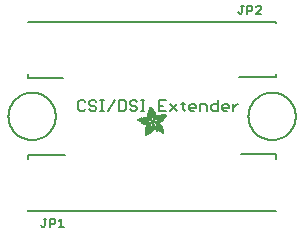
<source format=gbr>
G04 EAGLE Gerber RS-274X export*
G75*
%MOMM*%
%FSLAX34Y34*%
%LPD*%
%INSilkscreen Top*%
%IPPOS*%
%AMOC8*
5,1,8,0,0,1.08239X$1,22.5*%
G01*
%ADD10C,0.127000*%
%ADD11C,0.152400*%
%ADD12C,0.203200*%
%ADD13R,0.003800X0.034300*%
%ADD14R,0.003800X0.057200*%
%ADD15R,0.003800X0.076200*%
%ADD16R,0.003800X0.091400*%
%ADD17R,0.003800X0.102900*%
%ADD18R,0.003900X0.114300*%
%ADD19R,0.003800X0.129500*%
%ADD20R,0.003800X0.137200*%
%ADD21R,0.003800X0.144800*%
%ADD22R,0.003800X0.152400*%
%ADD23R,0.003800X0.160000*%
%ADD24R,0.003800X0.171500*%
%ADD25R,0.003800X0.175300*%
%ADD26R,0.003800X0.182900*%
%ADD27R,0.003800X0.190500*%
%ADD28R,0.003900X0.194300*%
%ADD29R,0.003800X0.201900*%
%ADD30R,0.003800X0.209500*%
%ADD31R,0.003800X0.213400*%
%ADD32R,0.003800X0.221000*%
%ADD33R,0.003800X0.224800*%
%ADD34R,0.003800X0.232400*%
%ADD35R,0.003800X0.240000*%
%ADD36R,0.003800X0.243800*%
%ADD37R,0.003800X0.247600*%
%ADD38R,0.003900X0.255300*%
%ADD39R,0.003800X0.259100*%
%ADD40R,0.003800X0.262900*%
%ADD41R,0.003800X0.270500*%
%ADD42R,0.003800X0.274300*%
%ADD43R,0.003800X0.281900*%
%ADD44R,0.003800X0.285700*%
%ADD45R,0.003800X0.289500*%
%ADD46R,0.003800X0.297200*%
%ADD47R,0.003800X0.301000*%
%ADD48R,0.003900X0.304800*%
%ADD49R,0.003800X0.312400*%
%ADD50R,0.003800X0.316200*%
%ADD51R,0.003800X0.320000*%
%ADD52R,0.003800X0.327600*%
%ADD53R,0.003800X0.331500*%
%ADD54R,0.003800X0.339100*%
%ADD55R,0.003800X0.342900*%
%ADD56R,0.003800X0.346700*%
%ADD57R,0.003800X0.354300*%
%ADD58R,0.003900X0.358100*%
%ADD59R,0.003800X0.361900*%
%ADD60R,0.003800X0.369600*%
%ADD61R,0.003800X0.373400*%
%ADD62R,0.003800X0.377200*%
%ADD63R,0.003800X0.384800*%
%ADD64R,0.003800X0.388600*%
%ADD65R,0.003800X0.396200*%
%ADD66R,0.003800X0.400000*%
%ADD67R,0.003800X0.403800*%
%ADD68R,0.003900X0.411500*%
%ADD69R,0.003800X0.415300*%
%ADD70R,0.003800X0.419100*%
%ADD71R,0.003800X0.045700*%
%ADD72R,0.003800X0.426700*%
%ADD73R,0.003800X0.072400*%
%ADD74R,0.003800X0.430500*%
%ADD75R,0.003800X0.095300*%
%ADD76R,0.003800X0.438100*%
%ADD77R,0.003800X0.110500*%
%ADD78R,0.003800X0.441900*%
%ADD79R,0.003800X0.445800*%
%ADD80R,0.003800X0.144700*%
%ADD81R,0.003800X0.453400*%
%ADD82R,0.003800X0.457200*%
%ADD83R,0.003900X0.175300*%
%ADD84R,0.003900X0.461000*%
%ADD85R,0.003800X0.468600*%
%ADD86R,0.003800X0.205800*%
%ADD87R,0.003800X0.472400*%
%ADD88R,0.003800X0.217200*%
%ADD89R,0.003800X0.476200*%
%ADD90R,0.003800X0.483900*%
%ADD91R,0.003800X0.247700*%
%ADD92R,0.003800X0.487700*%
%ADD93R,0.003800X0.495300*%
%ADD94R,0.003800X0.499100*%
%ADD95R,0.003800X0.502900*%
%ADD96R,0.003800X0.510500*%
%ADD97R,0.003900X0.308600*%
%ADD98R,0.003900X0.514300*%
%ADD99R,0.003800X0.323800*%
%ADD100R,0.003800X0.518100*%
%ADD101R,0.003800X0.335300*%
%ADD102R,0.003800X0.525800*%
%ADD103R,0.003800X0.529600*%
%ADD104R,0.003800X0.358100*%
%ADD105R,0.003800X0.533400*%
%ADD106R,0.003800X0.537200*%
%ADD107R,0.003800X0.381000*%
%ADD108R,0.003800X0.544800*%
%ADD109R,0.003800X0.392400*%
%ADD110R,0.003800X0.548600*%
%ADD111R,0.003800X0.552400*%
%ADD112R,0.003800X0.556200*%
%ADD113R,0.003900X0.422900*%
%ADD114R,0.003900X0.560100*%
%ADD115R,0.003800X0.434300*%
%ADD116R,0.003800X0.563900*%
%ADD117R,0.003800X0.567700*%
%ADD118R,0.003800X0.461000*%
%ADD119R,0.003800X0.571500*%
%ADD120R,0.003800X0.575300*%
%ADD121R,0.003800X0.480100*%
%ADD122R,0.003800X0.579100*%
%ADD123R,0.003800X0.491500*%
%ADD124R,0.003800X0.582900*%
%ADD125R,0.003800X0.586700*%
%ADD126R,0.003800X0.510600*%
%ADD127R,0.003800X0.590500*%
%ADD128R,0.003800X0.522000*%
%ADD129R,0.003800X0.594300*%
%ADD130R,0.003900X0.533400*%
%ADD131R,0.003900X0.598200*%
%ADD132R,0.003800X0.541000*%
%ADD133R,0.003800X0.602000*%
%ADD134R,0.003800X0.552500*%
%ADD135R,0.003800X0.605800*%
%ADD136R,0.003800X0.560100*%
%ADD137R,0.003800X0.609600*%
%ADD138R,0.003800X0.613400*%
%ADD139R,0.003800X0.583000*%
%ADD140R,0.003800X0.617200*%
%ADD141R,0.003800X0.594400*%
%ADD142R,0.003800X0.621000*%
%ADD143R,0.003800X0.598200*%
%ADD144R,0.003800X0.624800*%
%ADD145R,0.003900X0.613500*%
%ADD146R,0.003900X0.628600*%
%ADD147R,0.003800X0.632400*%
%ADD148R,0.003800X0.628600*%
%ADD149R,0.003800X0.636300*%
%ADD150R,0.003800X0.640100*%
%ADD151R,0.003800X0.636200*%
%ADD152R,0.003800X0.643900*%
%ADD153R,0.003800X0.647700*%
%ADD154R,0.003800X0.651500*%
%ADD155R,0.003800X0.659100*%
%ADD156R,0.003900X0.659100*%
%ADD157R,0.003900X0.655300*%
%ADD158R,0.003800X0.662900*%
%ADD159R,0.003800X0.655300*%
%ADD160R,0.003800X0.670500*%
%ADD161R,0.003800X0.670600*%
%ADD162R,0.003800X0.674400*%
%ADD163R,0.003800X0.682000*%
%ADD164R,0.003800X0.666700*%
%ADD165R,0.003800X0.685800*%
%ADD166R,0.003800X0.689600*%
%ADD167R,0.003900X0.693400*%
%ADD168R,0.003900X0.674400*%
%ADD169R,0.003800X0.697200*%
%ADD170R,0.003800X0.678200*%
%ADD171R,0.003800X0.697300*%
%ADD172R,0.003800X0.701100*%
%ADD173R,0.003800X0.704900*%
%ADD174R,0.003800X0.708700*%
%ADD175R,0.003800X0.712500*%
%ADD176R,0.003800X0.716300*%
%ADD177R,0.003900X0.720100*%
%ADD178R,0.003900X0.689600*%
%ADD179R,0.003800X0.720000*%
%ADD180R,0.003800X0.693400*%
%ADD181R,0.003800X0.723900*%
%ADD182R,0.003800X0.727700*%
%ADD183R,0.003800X0.731500*%
%ADD184R,0.003800X0.701000*%
%ADD185R,0.003800X0.735300*%
%ADD186R,0.003900X0.731500*%
%ADD187R,0.003900X0.701000*%
%ADD188R,0.003800X0.704800*%
%ADD189R,0.003800X0.739100*%
%ADD190R,0.003800X0.743000*%
%ADD191R,0.003800X0.739200*%
%ADD192R,0.003900X0.743000*%
%ADD193R,0.003900X0.704800*%
%ADD194R,0.003800X0.746800*%
%ADD195R,0.003900X0.746800*%
%ADD196R,0.003800X0.742900*%
%ADD197R,0.003800X0.746700*%
%ADD198R,0.003900X0.746700*%
%ADD199R,0.003800X1.428800*%
%ADD200R,0.003800X1.424900*%
%ADD201R,0.003900X1.421100*%
%ADD202R,0.003800X1.421100*%
%ADD203R,0.003800X1.417300*%
%ADD204R,0.003800X1.413500*%
%ADD205R,0.003800X1.409700*%
%ADD206R,0.003800X1.405900*%
%ADD207R,0.003800X1.402100*%
%ADD208R,0.003800X1.398300*%
%ADD209R,0.003900X0.983000*%
%ADD210R,0.003900X0.384800*%
%ADD211R,0.003800X0.971600*%
%ADD212R,0.003800X0.963900*%
%ADD213R,0.003800X0.956300*%
%ADD214R,0.003800X0.365800*%
%ADD215R,0.003800X0.952500*%
%ADD216R,0.003800X0.941000*%
%ADD217R,0.003800X0.358200*%
%ADD218R,0.003800X0.937200*%
%ADD219R,0.003800X0.933400*%
%ADD220R,0.003800X0.354400*%
%ADD221R,0.003800X0.925800*%
%ADD222R,0.003800X0.350500*%
%ADD223R,0.003800X0.922000*%
%ADD224R,0.003900X0.918200*%
%ADD225R,0.003900X0.346700*%
%ADD226R,0.003800X0.910600*%
%ADD227R,0.003800X0.906800*%
%ADD228R,0.003800X0.903000*%
%ADD229R,0.003800X0.339000*%
%ADD230R,0.003800X0.895300*%
%ADD231R,0.003800X0.335200*%
%ADD232R,0.003800X0.887700*%
%ADD233R,0.003800X0.883900*%
%ADD234R,0.003800X0.331400*%
%ADD235R,0.003800X0.880100*%
%ADD236R,0.003800X0.876300*%
%ADD237R,0.003900X0.468600*%
%ADD238R,0.003900X0.396200*%
%ADD239R,0.003900X0.323800*%
%ADD240R,0.003800X0.449600*%
%ADD241R,0.003800X0.323900*%
%ADD242R,0.003800X0.442000*%
%ADD243R,0.003800X0.434400*%
%ADD244R,0.003800X0.320100*%
%ADD245R,0.003800X0.316300*%
%ADD246R,0.003800X0.426800*%
%ADD247R,0.003800X0.327700*%
%ADD248R,0.003800X0.312500*%
%ADD249R,0.003800X0.422900*%
%ADD250R,0.003800X0.308600*%
%ADD251R,0.003800X0.293400*%
%ADD252R,0.003800X0.304800*%
%ADD253R,0.003900X0.419100*%
%ADD254R,0.003900X0.285700*%
%ADD255R,0.003900X0.301000*%
%ADD256R,0.003800X0.411500*%
%ADD257R,0.003800X0.407700*%
%ADD258R,0.003800X0.289600*%
%ADD259R,0.003800X0.285800*%
%ADD260R,0.003800X0.403900*%
%ADD261R,0.003800X0.228600*%
%ADD262R,0.003900X0.403900*%
%ADD263R,0.003900X0.221000*%
%ADD264R,0.003900X0.278100*%
%ADD265R,0.003800X0.400100*%
%ADD266R,0.003800X0.209600*%
%ADD267R,0.003800X0.266700*%
%ADD268R,0.003800X0.038100*%
%ADD269R,0.003800X0.194300*%
%ADD270R,0.003800X0.148600*%
%ADD271R,0.003800X0.259000*%
%ADD272R,0.003800X0.182800*%
%ADD273R,0.003800X0.186700*%
%ADD274R,0.003800X0.251400*%
%ADD275R,0.003800X0.179100*%
%ADD276R,0.003800X0.236200*%
%ADD277R,0.003900X0.243900*%
%ADD278R,0.003900X0.282000*%
%ADD279R,0.003800X0.167700*%
%ADD280R,0.003800X0.236300*%
%ADD281R,0.003800X0.396300*%
%ADD282R,0.003800X0.163900*%
%ADD283R,0.003800X0.392500*%
%ADD284R,0.003800X0.160100*%
%ADD285R,0.003800X0.586800*%
%ADD286R,0.003800X0.148500*%
%ADD287R,0.003800X0.140900*%
%ADD288R,0.003900X0.392400*%
%ADD289R,0.003900X0.140900*%
%ADD290R,0.003900X0.647700*%
%ADD291R,0.003800X0.133300*%
%ADD292R,0.003800X0.674300*%
%ADD293R,0.003800X0.388700*%
%ADD294R,0.003800X0.125700*%
%ADD295R,0.003800X0.121900*%
%ADD296R,0.003800X0.720100*%
%ADD297R,0.003800X0.118100*%
%ADD298R,0.003900X0.118100*%
%ADD299R,0.003900X0.739100*%
%ADD300R,0.003800X0.114300*%
%ADD301R,0.003800X0.754400*%
%ADD302R,0.003800X0.765800*%
%ADD303R,0.003800X0.773400*%
%ADD304R,0.003800X0.784800*%
%ADD305R,0.003800X0.118200*%
%ADD306R,0.003800X0.792500*%
%ADD307R,0.003800X0.803900*%
%ADD308R,0.003800X0.122000*%
%ADD309R,0.003800X0.815400*%
%ADD310R,0.003800X0.125800*%
%ADD311R,0.003800X0.826800*%
%ADD312R,0.003900X0.369500*%
%ADD313R,0.003900X0.133400*%
%ADD314R,0.003900X0.842000*%
%ADD315R,0.003800X0.365700*%
%ADD316R,0.003800X1.009700*%
%ADD317R,0.003800X1.013500*%
%ADD318R,0.003800X0.362000*%
%ADD319R,0.003800X1.024900*%
%ADD320R,0.003800X1.028700*%
%ADD321R,0.003800X1.036300*%
%ADD322R,0.003800X1.047800*%
%ADD323R,0.003800X1.055400*%
%ADD324R,0.003800X1.070600*%
%ADD325R,0.003800X0.030500*%
%ADD326R,0.003800X1.436400*%
%ADD327R,0.003900X1.562100*%
%ADD328R,0.003800X1.588700*%
%ADD329R,0.003800X1.607800*%
%ADD330R,0.003800X1.626900*%
%ADD331R,0.003800X1.642100*%
%ADD332R,0.003800X1.657400*%
%ADD333R,0.003800X1.676400*%
%ADD334R,0.003800X1.687800*%
%ADD335R,0.003800X1.703000*%
%ADD336R,0.003800X1.714500*%
%ADD337R,0.003900X1.726000*%
%ADD338R,0.003800X1.741200*%
%ADD339R,0.003800X0.914400*%
%ADD340R,0.003800X0.769600*%
%ADD341R,0.003800X0.884000*%
%ADD342R,0.003800X0.712400*%
%ADD343R,0.003900X0.880100*%
%ADD344R,0.003800X0.887800*%
%ADD345R,0.003800X0.891600*%
%ADD346R,0.003800X0.895400*%
%ADD347R,0.003800X0.251500*%
%ADD348R,0.003900X0.579200*%
%ADD349R,0.003800X0.243900*%
%ADD350R,0.003800X0.556300*%
%ADD351R,0.003800X0.255200*%
%ADD352R,0.003800X0.529500*%
%ADD353R,0.003800X0.731600*%
%ADD354R,0.003900X0.525800*%
%ADD355R,0.003900X0.281900*%
%ADD356R,0.003900X0.735400*%
%ADD357R,0.003800X0.300900*%
%ADD358R,0.003800X0.762000*%
%ADD359R,0.003800X0.518200*%
%ADD360R,0.003800X0.350600*%
%ADD361R,0.003800X0.796300*%
%ADD362R,0.003800X0.807800*%
%ADD363R,0.003800X0.506700*%
%ADD364R,0.003800X0.849600*%
%ADD365R,0.003900X0.506700*%
%ADD366R,0.003900X1.371600*%
%ADD367R,0.003800X1.207800*%
%ADD368R,0.003800X0.503000*%
%ADD369R,0.003800X0.141000*%
%ADD370R,0.003800X1.203900*%
%ADD371R,0.003800X1.204000*%
%ADD372R,0.003800X1.200200*%
%ADD373R,0.003900X0.499100*%
%ADD374R,0.003900X0.156200*%
%ADD375R,0.003900X1.196400*%
%ADD376R,0.003800X1.196400*%
%ADD377R,0.003800X0.163800*%
%ADD378R,0.003800X0.167600*%
%ADD379R,0.003800X1.192500*%
%ADD380R,0.003800X0.499200*%
%ADD381R,0.003800X1.188700*%
%ADD382R,0.003800X0.506800*%
%ADD383R,0.003800X1.184900*%
%ADD384R,0.003900X0.510600*%
%ADD385R,0.003900X0.209600*%
%ADD386R,0.003900X1.181100*%
%ADD387R,0.003800X0.514400*%
%ADD388R,0.003800X1.181100*%
%ADD389R,0.003800X1.177300*%
%ADD390R,0.003800X0.240100*%
%ADD391R,0.003800X1.173500*%
%ADD392R,0.003800X1.169700*%
%ADD393R,0.003800X1.165900*%
%ADD394R,0.003800X1.162100*%
%ADD395R,0.003900X0.929700*%
%ADD396R,0.003900X1.162100*%
%ADD397R,0.003800X0.929700*%
%ADD398R,0.003800X1.154500*%
%ADD399R,0.003800X0.933500*%
%ADD400R,0.003800X1.150600*%
%ADD401R,0.003800X0.937300*%
%ADD402R,0.003800X1.146800*%
%ADD403R,0.003800X0.941100*%
%ADD404R,0.003800X1.139200*%
%ADD405R,0.003800X0.944900*%
%ADD406R,0.003800X1.135400*%
%ADD407R,0.003800X0.948700*%
%ADD408R,0.003800X1.127800*%
%ADD409R,0.003800X1.124000*%
%ADD410R,0.003800X1.116400*%
%ADD411R,0.003900X0.956300*%
%ADD412R,0.003900X1.104900*%
%ADD413R,0.003800X0.960100*%
%ADD414R,0.003800X1.093500*%
%ADD415R,0.003800X1.085900*%
%ADD416R,0.003800X0.967800*%
%ADD417R,0.003800X1.074500*%
%ADD418R,0.003800X1.063000*%
%ADD419R,0.003800X0.975400*%
%ADD420R,0.003800X1.036400*%
%ADD421R,0.003800X0.979200*%
%ADD422R,0.003800X1.021000*%
%ADD423R,0.003800X0.983000*%
%ADD424R,0.003800X1.009600*%
%ADD425R,0.003800X0.986800*%
%ADD426R,0.003800X0.998200*%
%ADD427R,0.003900X0.990600*%
%ADD428R,0.003900X0.986700*%
%ADD429R,0.003800X0.994400*%
%ADD430R,0.003800X0.975300*%
%ADD431R,0.003800X0.948600*%
%ADD432R,0.003800X1.002000*%
%ADD433R,0.003800X0.213300*%
%ADD434R,0.003800X0.217100*%
%ADD435R,0.003800X1.017300*%
%ADD436R,0.003800X0.666800*%
%ADD437R,0.003800X0.220900*%
%ADD438R,0.003900X1.028700*%
%ADD439R,0.003900X0.224700*%
%ADD440R,0.003800X1.032500*%
%ADD441R,0.003800X1.040100*%
%ADD442R,0.003800X1.043900*%
%ADD443R,0.003800X0.548700*%
%ADD444R,0.003800X1.051500*%
%ADD445R,0.003800X1.055300*%
%ADD446R,0.003800X1.059100*%
%ADD447R,0.003800X1.062900*%
%ADD448R,0.003800X0.255300*%
%ADD449R,0.003900X1.066800*%
%ADD450R,0.003900X0.259100*%
%ADD451R,0.003900X0.457200*%
%ADD452R,0.003800X0.423000*%
%ADD453R,0.003800X1.082100*%
%ADD454R,0.003800X0.274400*%
%ADD455R,0.003800X0.278200*%
%ADD456R,0.003800X1.101100*%
%ADD457R,0.003800X0.278100*%
%ADD458R,0.003900X0.876300*%
%ADD459R,0.003900X0.236200*%
%ADD460R,0.003900X0.289600*%
%ADD461R,0.003900X0.247700*%
%ADD462R,0.003800X0.049500*%
%ADD463R,0.003900X0.640100*%
%ADD464R,0.003800X0.659200*%
%ADD465R,0.003800X0.663000*%
%ADD466R,0.003900X0.872500*%
%ADD467R,0.003900X0.666800*%
%ADD468R,0.003800X0.872500*%
%ADD469R,0.003800X0.868700*%
%ADD470R,0.003800X0.864900*%
%ADD471R,0.003800X0.861100*%
%ADD472R,0.003800X0.857300*%
%ADD473R,0.003800X0.853400*%
%ADD474R,0.003800X0.845800*%
%ADD475R,0.003900X0.682000*%
%ADD476R,0.003800X0.842000*%
%ADD477R,0.003800X0.834400*%
%ADD478R,0.003800X0.823000*%
%ADD479R,0.003800X0.815300*%
%ADD480R,0.003800X0.811500*%
%ADD481R,0.003800X0.788700*%
%ADD482R,0.003900X0.777300*%
%ADD483R,0.003800X0.750600*%
%ADD484R,0.003800X0.735400*%
%ADD485R,0.003800X0.727800*%
%ADD486R,0.003800X0.628700*%
%ADD487R,0.003800X0.575400*%
%ADD488R,0.003900X0.670600*%
%ADD489R,0.003800X0.655400*%
%ADD490R,0.003900X0.651500*%
%ADD491R,0.003900X0.624800*%
%ADD492R,0.003900X0.594400*%
%ADD493R,0.003900X0.563900*%
%ADD494R,0.003800X0.541100*%
%ADD495R,0.003800X0.537300*%
%ADD496R,0.003800X0.525700*%
%ADD497R,0.003900X0.525700*%
%ADD498R,0.003800X0.514300*%
%ADD499R,0.003900X0.480100*%
%ADD500R,0.003800X0.464800*%
%ADD501R,0.003900X0.442000*%
%ADD502R,0.003800X0.438200*%
%ADD503R,0.003800X0.430600*%
%ADD504R,0.003800X0.407600*%
%ADD505R,0.003900X0.403800*%
%ADD506R,0.003900X0.365700*%
%ADD507R,0.003900X0.327700*%
%ADD508R,0.003900X0.243800*%
%ADD509R,0.003900X0.205800*%
%ADD510R,0.003800X0.198100*%
%ADD511R,0.003900X0.163800*%
%ADD512R,0.003800X0.137100*%
%ADD513R,0.003900X0.091500*%
%ADD514R,0.003800X0.060900*%


D10*
X70532Y100760D02*
X69049Y102243D01*
X66084Y102243D01*
X64601Y100760D01*
X64601Y94828D01*
X66084Y93345D01*
X69049Y93345D01*
X70532Y94828D01*
X78405Y102243D02*
X79888Y100760D01*
X78405Y102243D02*
X75439Y102243D01*
X73956Y100760D01*
X73956Y99277D01*
X75439Y97794D01*
X78405Y97794D01*
X79888Y96311D01*
X79888Y94828D01*
X78405Y93345D01*
X75439Y93345D01*
X73956Y94828D01*
X83311Y93345D02*
X86277Y93345D01*
X84794Y93345D02*
X84794Y102243D01*
X83311Y102243D02*
X86277Y102243D01*
X95480Y102243D02*
X89548Y93345D01*
X98903Y93345D02*
X98903Y102243D01*
X98903Y93345D02*
X103352Y93345D01*
X104835Y94828D01*
X104835Y100760D01*
X103352Y102243D01*
X98903Y102243D01*
X112707Y102243D02*
X114190Y100760D01*
X112707Y102243D02*
X109741Y102243D01*
X108258Y100760D01*
X108258Y99277D01*
X109741Y97794D01*
X112707Y97794D01*
X114190Y96311D01*
X114190Y94828D01*
X112707Y93345D01*
X109741Y93345D01*
X108258Y94828D01*
X117613Y93345D02*
X120579Y93345D01*
X119096Y93345D02*
X119096Y102243D01*
X117613Y102243D02*
X120579Y102243D01*
X133205Y102243D02*
X139137Y102243D01*
X133205Y102243D02*
X133205Y93345D01*
X139137Y93345D01*
X136171Y97794D02*
X133205Y97794D01*
X142561Y99277D02*
X148492Y93345D01*
X142561Y93345D02*
X148492Y99277D01*
X153399Y100760D02*
X153399Y94828D01*
X154882Y93345D01*
X154882Y99277D02*
X151916Y99277D01*
X159635Y93345D02*
X162601Y93345D01*
X159635Y93345D02*
X158153Y94828D01*
X158153Y97794D01*
X159635Y99277D01*
X162601Y99277D01*
X164084Y97794D01*
X164084Y96311D01*
X158153Y96311D01*
X167508Y93345D02*
X167508Y99277D01*
X171956Y99277D01*
X173439Y97794D01*
X173439Y93345D01*
X182795Y93345D02*
X182795Y102243D01*
X182795Y93345D02*
X178346Y93345D01*
X176863Y94828D01*
X176863Y97794D01*
X178346Y99277D01*
X182795Y99277D01*
X187701Y93345D02*
X190667Y93345D01*
X187701Y93345D02*
X186218Y94828D01*
X186218Y97794D01*
X187701Y99277D01*
X190667Y99277D01*
X192150Y97794D01*
X192150Y96311D01*
X186218Y96311D01*
X195573Y93345D02*
X195573Y99277D01*
X195573Y96311D02*
X198539Y99277D01*
X200022Y99277D01*
X201000Y122000D02*
X232000Y122000D01*
X232000Y125000D01*
X52000Y121000D02*
X22000Y121000D01*
X22000Y125000D01*
X232000Y168000D02*
X232000Y169000D01*
X22000Y169000D01*
D11*
X200070Y176766D02*
X201171Y175664D01*
X202273Y175664D01*
X203374Y176766D01*
X203374Y182274D01*
X202273Y182274D02*
X204476Y182274D01*
X207554Y182274D02*
X207554Y175664D01*
X207554Y182274D02*
X210859Y182274D01*
X211960Y181172D01*
X211960Y178969D01*
X210859Y177867D01*
X207554Y177867D01*
X215038Y175664D02*
X219444Y175664D01*
X215038Y175664D02*
X219444Y180070D01*
X219444Y181172D01*
X218343Y182274D01*
X216139Y182274D01*
X215038Y181172D01*
D10*
X53000Y55800D02*
X22000Y55800D01*
X22000Y52800D01*
X202000Y56800D02*
X232000Y56800D01*
X232000Y52800D01*
X22000Y9800D02*
X22000Y8800D01*
X232000Y8800D01*
D11*
X34104Y-4468D02*
X33002Y-3366D01*
X34104Y-4468D02*
X35205Y-4468D01*
X36307Y-3366D01*
X36307Y2142D01*
X37408Y2142D02*
X35205Y2142D01*
X40486Y2142D02*
X40486Y-4468D01*
X40486Y2142D02*
X43791Y2142D01*
X44893Y1040D01*
X44893Y-1163D01*
X43791Y-2265D01*
X40486Y-2265D01*
X47970Y-62D02*
X50174Y2142D01*
X50174Y-4468D01*
X52377Y-4468D02*
X47970Y-4468D01*
D12*
X5400Y88900D02*
X5406Y89391D01*
X5424Y89881D01*
X5454Y90371D01*
X5496Y90860D01*
X5550Y91348D01*
X5616Y91835D01*
X5694Y92319D01*
X5784Y92802D01*
X5886Y93282D01*
X5999Y93760D01*
X6124Y94234D01*
X6261Y94706D01*
X6409Y95174D01*
X6569Y95638D01*
X6740Y96098D01*
X6922Y96554D01*
X7116Y97005D01*
X7320Y97451D01*
X7536Y97892D01*
X7762Y98328D01*
X7998Y98758D01*
X8245Y99182D01*
X8503Y99600D01*
X8771Y100011D01*
X9048Y100416D01*
X9336Y100814D01*
X9633Y101205D01*
X9940Y101588D01*
X10256Y101963D01*
X10581Y102331D01*
X10915Y102691D01*
X11258Y103042D01*
X11609Y103385D01*
X11969Y103719D01*
X12337Y104044D01*
X12712Y104360D01*
X13095Y104667D01*
X13486Y104964D01*
X13884Y105252D01*
X14289Y105529D01*
X14700Y105797D01*
X15118Y106055D01*
X15542Y106302D01*
X15972Y106538D01*
X16408Y106764D01*
X16849Y106980D01*
X17295Y107184D01*
X17746Y107378D01*
X18202Y107560D01*
X18662Y107731D01*
X19126Y107891D01*
X19594Y108039D01*
X20066Y108176D01*
X20540Y108301D01*
X21018Y108414D01*
X21498Y108516D01*
X21981Y108606D01*
X22465Y108684D01*
X22952Y108750D01*
X23440Y108804D01*
X23929Y108846D01*
X24419Y108876D01*
X24909Y108894D01*
X25400Y108900D01*
X25891Y108894D01*
X26381Y108876D01*
X26871Y108846D01*
X27360Y108804D01*
X27848Y108750D01*
X28335Y108684D01*
X28819Y108606D01*
X29302Y108516D01*
X29782Y108414D01*
X30260Y108301D01*
X30734Y108176D01*
X31206Y108039D01*
X31674Y107891D01*
X32138Y107731D01*
X32598Y107560D01*
X33054Y107378D01*
X33505Y107184D01*
X33951Y106980D01*
X34392Y106764D01*
X34828Y106538D01*
X35258Y106302D01*
X35682Y106055D01*
X36100Y105797D01*
X36511Y105529D01*
X36916Y105252D01*
X37314Y104964D01*
X37705Y104667D01*
X38088Y104360D01*
X38463Y104044D01*
X38831Y103719D01*
X39191Y103385D01*
X39542Y103042D01*
X39885Y102691D01*
X40219Y102331D01*
X40544Y101963D01*
X40860Y101588D01*
X41167Y101205D01*
X41464Y100814D01*
X41752Y100416D01*
X42029Y100011D01*
X42297Y99600D01*
X42555Y99182D01*
X42802Y98758D01*
X43038Y98328D01*
X43264Y97892D01*
X43480Y97451D01*
X43684Y97005D01*
X43878Y96554D01*
X44060Y96098D01*
X44231Y95638D01*
X44391Y95174D01*
X44539Y94706D01*
X44676Y94234D01*
X44801Y93760D01*
X44914Y93282D01*
X45016Y92802D01*
X45106Y92319D01*
X45184Y91835D01*
X45250Y91348D01*
X45304Y90860D01*
X45346Y90371D01*
X45376Y89881D01*
X45394Y89391D01*
X45400Y88900D01*
X45394Y88409D01*
X45376Y87919D01*
X45346Y87429D01*
X45304Y86940D01*
X45250Y86452D01*
X45184Y85965D01*
X45106Y85481D01*
X45016Y84998D01*
X44914Y84518D01*
X44801Y84040D01*
X44676Y83566D01*
X44539Y83094D01*
X44391Y82626D01*
X44231Y82162D01*
X44060Y81702D01*
X43878Y81246D01*
X43684Y80795D01*
X43480Y80349D01*
X43264Y79908D01*
X43038Y79472D01*
X42802Y79042D01*
X42555Y78618D01*
X42297Y78200D01*
X42029Y77789D01*
X41752Y77384D01*
X41464Y76986D01*
X41167Y76595D01*
X40860Y76212D01*
X40544Y75837D01*
X40219Y75469D01*
X39885Y75109D01*
X39542Y74758D01*
X39191Y74415D01*
X38831Y74081D01*
X38463Y73756D01*
X38088Y73440D01*
X37705Y73133D01*
X37314Y72836D01*
X36916Y72548D01*
X36511Y72271D01*
X36100Y72003D01*
X35682Y71745D01*
X35258Y71498D01*
X34828Y71262D01*
X34392Y71036D01*
X33951Y70820D01*
X33505Y70616D01*
X33054Y70422D01*
X32598Y70240D01*
X32138Y70069D01*
X31674Y69909D01*
X31206Y69761D01*
X30734Y69624D01*
X30260Y69499D01*
X29782Y69386D01*
X29302Y69284D01*
X28819Y69194D01*
X28335Y69116D01*
X27848Y69050D01*
X27360Y68996D01*
X26871Y68954D01*
X26381Y68924D01*
X25891Y68906D01*
X25400Y68900D01*
X24909Y68906D01*
X24419Y68924D01*
X23929Y68954D01*
X23440Y68996D01*
X22952Y69050D01*
X22465Y69116D01*
X21981Y69194D01*
X21498Y69284D01*
X21018Y69386D01*
X20540Y69499D01*
X20066Y69624D01*
X19594Y69761D01*
X19126Y69909D01*
X18662Y70069D01*
X18202Y70240D01*
X17746Y70422D01*
X17295Y70616D01*
X16849Y70820D01*
X16408Y71036D01*
X15972Y71262D01*
X15542Y71498D01*
X15118Y71745D01*
X14700Y72003D01*
X14289Y72271D01*
X13884Y72548D01*
X13486Y72836D01*
X13095Y73133D01*
X12712Y73440D01*
X12337Y73756D01*
X11969Y74081D01*
X11609Y74415D01*
X11258Y74758D01*
X10915Y75109D01*
X10581Y75469D01*
X10256Y75837D01*
X9940Y76212D01*
X9633Y76595D01*
X9336Y76986D01*
X9048Y77384D01*
X8771Y77789D01*
X8503Y78200D01*
X8245Y78618D01*
X7998Y79042D01*
X7762Y79472D01*
X7536Y79908D01*
X7320Y80349D01*
X7116Y80795D01*
X6922Y81246D01*
X6740Y81702D01*
X6569Y82162D01*
X6409Y82626D01*
X6261Y83094D01*
X6124Y83566D01*
X5999Y84040D01*
X5886Y84518D01*
X5784Y84998D01*
X5694Y85481D01*
X5616Y85965D01*
X5550Y86452D01*
X5496Y86940D01*
X5454Y87429D01*
X5424Y87919D01*
X5406Y88409D01*
X5400Y88900D01*
X208600Y88900D02*
X208606Y89391D01*
X208624Y89881D01*
X208654Y90371D01*
X208696Y90860D01*
X208750Y91348D01*
X208816Y91835D01*
X208894Y92319D01*
X208984Y92802D01*
X209086Y93282D01*
X209199Y93760D01*
X209324Y94234D01*
X209461Y94706D01*
X209609Y95174D01*
X209769Y95638D01*
X209940Y96098D01*
X210122Y96554D01*
X210316Y97005D01*
X210520Y97451D01*
X210736Y97892D01*
X210962Y98328D01*
X211198Y98758D01*
X211445Y99182D01*
X211703Y99600D01*
X211971Y100011D01*
X212248Y100416D01*
X212536Y100814D01*
X212833Y101205D01*
X213140Y101588D01*
X213456Y101963D01*
X213781Y102331D01*
X214115Y102691D01*
X214458Y103042D01*
X214809Y103385D01*
X215169Y103719D01*
X215537Y104044D01*
X215912Y104360D01*
X216295Y104667D01*
X216686Y104964D01*
X217084Y105252D01*
X217489Y105529D01*
X217900Y105797D01*
X218318Y106055D01*
X218742Y106302D01*
X219172Y106538D01*
X219608Y106764D01*
X220049Y106980D01*
X220495Y107184D01*
X220946Y107378D01*
X221402Y107560D01*
X221862Y107731D01*
X222326Y107891D01*
X222794Y108039D01*
X223266Y108176D01*
X223740Y108301D01*
X224218Y108414D01*
X224698Y108516D01*
X225181Y108606D01*
X225665Y108684D01*
X226152Y108750D01*
X226640Y108804D01*
X227129Y108846D01*
X227619Y108876D01*
X228109Y108894D01*
X228600Y108900D01*
X229091Y108894D01*
X229581Y108876D01*
X230071Y108846D01*
X230560Y108804D01*
X231048Y108750D01*
X231535Y108684D01*
X232019Y108606D01*
X232502Y108516D01*
X232982Y108414D01*
X233460Y108301D01*
X233934Y108176D01*
X234406Y108039D01*
X234874Y107891D01*
X235338Y107731D01*
X235798Y107560D01*
X236254Y107378D01*
X236705Y107184D01*
X237151Y106980D01*
X237592Y106764D01*
X238028Y106538D01*
X238458Y106302D01*
X238882Y106055D01*
X239300Y105797D01*
X239711Y105529D01*
X240116Y105252D01*
X240514Y104964D01*
X240905Y104667D01*
X241288Y104360D01*
X241663Y104044D01*
X242031Y103719D01*
X242391Y103385D01*
X242742Y103042D01*
X243085Y102691D01*
X243419Y102331D01*
X243744Y101963D01*
X244060Y101588D01*
X244367Y101205D01*
X244664Y100814D01*
X244952Y100416D01*
X245229Y100011D01*
X245497Y99600D01*
X245755Y99182D01*
X246002Y98758D01*
X246238Y98328D01*
X246464Y97892D01*
X246680Y97451D01*
X246884Y97005D01*
X247078Y96554D01*
X247260Y96098D01*
X247431Y95638D01*
X247591Y95174D01*
X247739Y94706D01*
X247876Y94234D01*
X248001Y93760D01*
X248114Y93282D01*
X248216Y92802D01*
X248306Y92319D01*
X248384Y91835D01*
X248450Y91348D01*
X248504Y90860D01*
X248546Y90371D01*
X248576Y89881D01*
X248594Y89391D01*
X248600Y88900D01*
X248594Y88409D01*
X248576Y87919D01*
X248546Y87429D01*
X248504Y86940D01*
X248450Y86452D01*
X248384Y85965D01*
X248306Y85481D01*
X248216Y84998D01*
X248114Y84518D01*
X248001Y84040D01*
X247876Y83566D01*
X247739Y83094D01*
X247591Y82626D01*
X247431Y82162D01*
X247260Y81702D01*
X247078Y81246D01*
X246884Y80795D01*
X246680Y80349D01*
X246464Y79908D01*
X246238Y79472D01*
X246002Y79042D01*
X245755Y78618D01*
X245497Y78200D01*
X245229Y77789D01*
X244952Y77384D01*
X244664Y76986D01*
X244367Y76595D01*
X244060Y76212D01*
X243744Y75837D01*
X243419Y75469D01*
X243085Y75109D01*
X242742Y74758D01*
X242391Y74415D01*
X242031Y74081D01*
X241663Y73756D01*
X241288Y73440D01*
X240905Y73133D01*
X240514Y72836D01*
X240116Y72548D01*
X239711Y72271D01*
X239300Y72003D01*
X238882Y71745D01*
X238458Y71498D01*
X238028Y71262D01*
X237592Y71036D01*
X237151Y70820D01*
X236705Y70616D01*
X236254Y70422D01*
X235798Y70240D01*
X235338Y70069D01*
X234874Y69909D01*
X234406Y69761D01*
X233934Y69624D01*
X233460Y69499D01*
X232982Y69386D01*
X232502Y69284D01*
X232019Y69194D01*
X231535Y69116D01*
X231048Y69050D01*
X230560Y68996D01*
X230071Y68954D01*
X229581Y68924D01*
X229091Y68906D01*
X228600Y68900D01*
X228109Y68906D01*
X227619Y68924D01*
X227129Y68954D01*
X226640Y68996D01*
X226152Y69050D01*
X225665Y69116D01*
X225181Y69194D01*
X224698Y69284D01*
X224218Y69386D01*
X223740Y69499D01*
X223266Y69624D01*
X222794Y69761D01*
X222326Y69909D01*
X221862Y70069D01*
X221402Y70240D01*
X220946Y70422D01*
X220495Y70616D01*
X220049Y70820D01*
X219608Y71036D01*
X219172Y71262D01*
X218742Y71498D01*
X218318Y71745D01*
X217900Y72003D01*
X217489Y72271D01*
X217084Y72548D01*
X216686Y72836D01*
X216295Y73133D01*
X215912Y73440D01*
X215537Y73756D01*
X215169Y74081D01*
X214809Y74415D01*
X214458Y74758D01*
X214115Y75109D01*
X213781Y75469D01*
X213456Y75837D01*
X213140Y76212D01*
X212833Y76595D01*
X212536Y76986D01*
X212248Y77384D01*
X211971Y77789D01*
X211703Y78200D01*
X211445Y78618D01*
X211198Y79042D01*
X210962Y79472D01*
X210736Y79908D01*
X210520Y80349D01*
X210316Y80795D01*
X210122Y81246D01*
X209940Y81702D01*
X209769Y82162D01*
X209609Y82626D01*
X209461Y83094D01*
X209324Y83566D01*
X209199Y84040D01*
X209086Y84518D01*
X208984Y84998D01*
X208894Y85481D01*
X208816Y85965D01*
X208750Y86452D01*
X208696Y86940D01*
X208654Y87429D01*
X208624Y87919D01*
X208606Y88409D01*
X208600Y88900D01*
D13*
X139700Y89459D03*
D14*
X139662Y89459D03*
D15*
X139624Y89440D03*
D16*
X139586Y89440D03*
D17*
X139548Y89459D03*
D18*
X139510Y89440D03*
D19*
X139471Y89440D03*
D20*
X139433Y89440D03*
D21*
X139395Y89440D03*
D22*
X139357Y89402D03*
D23*
X139319Y89402D03*
D24*
X139281Y89383D03*
D25*
X139243Y89364D03*
D26*
X139205Y89364D03*
D27*
X139167Y89326D03*
D28*
X139129Y89307D03*
D29*
X139090Y89307D03*
D30*
X139052Y89269D03*
D31*
X139014Y89249D03*
D32*
X138976Y89211D03*
D33*
X138938Y89192D03*
D34*
X138900Y89192D03*
D35*
X138862Y89154D03*
D36*
X138824Y89135D03*
D37*
X138786Y89116D03*
D38*
X138748Y89078D03*
D39*
X138709Y89059D03*
D40*
X138671Y89040D03*
D41*
X138633Y89002D03*
D42*
X138595Y88983D03*
D43*
X138557Y88945D03*
D44*
X138519Y88926D03*
D45*
X138481Y88907D03*
D46*
X138443Y88868D03*
D47*
X138405Y88849D03*
D48*
X138367Y88830D03*
D49*
X138328Y88792D03*
D50*
X138290Y88773D03*
D51*
X138252Y88754D03*
D52*
X138214Y88716D03*
D53*
X138176Y88697D03*
D54*
X138138Y88659D03*
D55*
X138100Y88640D03*
D56*
X138062Y88621D03*
D57*
X138024Y88583D03*
D58*
X137986Y88564D03*
D59*
X137947Y88545D03*
D60*
X137909Y88506D03*
D61*
X137871Y88487D03*
D62*
X137833Y88468D03*
D63*
X137795Y88430D03*
D64*
X137757Y88411D03*
D65*
X137719Y88373D03*
D66*
X137681Y88354D03*
D67*
X137643Y88335D03*
D68*
X137605Y88297D03*
D69*
X137566Y88278D03*
D70*
X137528Y88259D03*
D71*
X137490Y75496D03*
D72*
X137490Y88221D03*
D73*
X137452Y75514D03*
D74*
X137452Y88202D03*
D75*
X137414Y75553D03*
D76*
X137414Y88164D03*
D77*
X137376Y75591D03*
D78*
X137376Y88145D03*
D19*
X137338Y75610D03*
D79*
X137338Y88125D03*
D80*
X137300Y75648D03*
D81*
X137300Y88087D03*
D23*
X137262Y75686D03*
D82*
X137262Y88068D03*
D83*
X137224Y75724D03*
D84*
X137224Y88049D03*
D27*
X137185Y75762D03*
D85*
X137185Y88011D03*
D86*
X137147Y75800D03*
D87*
X137147Y87992D03*
D88*
X137109Y75857D03*
D89*
X137109Y87973D03*
D34*
X137071Y75895D03*
D90*
X137071Y87935D03*
D91*
X137033Y75934D03*
D92*
X137033Y87916D03*
D39*
X136995Y75991D03*
D93*
X136995Y87878D03*
D42*
X136957Y76029D03*
D94*
X136957Y87859D03*
D44*
X136919Y76086D03*
D95*
X136919Y87840D03*
D46*
X136881Y76143D03*
D96*
X136881Y87802D03*
D97*
X136843Y76200D03*
D98*
X136843Y87783D03*
D99*
X136804Y76238D03*
D100*
X136804Y87764D03*
D101*
X136766Y76296D03*
D102*
X136766Y87725D03*
D56*
X136728Y76353D03*
D103*
X136728Y87706D03*
D104*
X136690Y76410D03*
D105*
X136690Y87687D03*
D60*
X136652Y76467D03*
D106*
X136652Y87668D03*
D107*
X136614Y76524D03*
D108*
X136614Y87630D03*
D109*
X136576Y76581D03*
D110*
X136576Y87611D03*
D67*
X136538Y76638D03*
D111*
X136538Y87592D03*
D69*
X136500Y76696D03*
D112*
X136500Y87573D03*
D113*
X136462Y76772D03*
D114*
X136462Y87554D03*
D115*
X136423Y76829D03*
D116*
X136423Y87535D03*
D79*
X136385Y76886D03*
D117*
X136385Y87516D03*
D118*
X136347Y76962D03*
D119*
X136347Y87497D03*
D87*
X136309Y77019D03*
D120*
X136309Y87478D03*
D121*
X136271Y77096D03*
D122*
X136271Y87459D03*
D123*
X136233Y77153D03*
D124*
X136233Y87440D03*
D95*
X136195Y77210D03*
D125*
X136195Y87421D03*
D126*
X136157Y77286D03*
D127*
X136157Y87402D03*
D128*
X136119Y77343D03*
D129*
X136119Y87383D03*
D130*
X136081Y77400D03*
D131*
X136081Y87363D03*
D132*
X136042Y77476D03*
D133*
X136042Y87344D03*
D134*
X136004Y77534D03*
D135*
X136004Y87325D03*
D136*
X135966Y77572D03*
D135*
X135966Y87325D03*
D119*
X135928Y77629D03*
D137*
X135928Y87306D03*
D120*
X135890Y77686D03*
D138*
X135890Y87287D03*
D139*
X135852Y77724D03*
D140*
X135852Y87268D03*
D141*
X135814Y77781D03*
D142*
X135814Y87249D03*
D143*
X135776Y77838D03*
D142*
X135776Y87249D03*
D135*
X135738Y77876D03*
D144*
X135738Y87230D03*
D145*
X135700Y77915D03*
D146*
X135700Y87211D03*
D138*
X135661Y77953D03*
D147*
X135661Y87192D03*
D142*
X135623Y77991D03*
D147*
X135623Y87192D03*
D148*
X135585Y78029D03*
D149*
X135585Y87173D03*
D147*
X135547Y78086D03*
D150*
X135547Y87154D03*
D151*
X135509Y78105D03*
D152*
X135509Y87135D03*
X135471Y78144D03*
X135471Y87135D03*
D153*
X135433Y78201D03*
X135433Y87116D03*
D154*
X135395Y78220D03*
X135395Y87097D03*
D155*
X135357Y78258D03*
D154*
X135357Y87097D03*
D156*
X135319Y78296D03*
D157*
X135319Y87078D03*
D158*
X135280Y78315D03*
D159*
X135280Y87078D03*
D160*
X135242Y78353D03*
D155*
X135242Y87059D03*
D161*
X135204Y78391D03*
D158*
X135204Y87040D03*
D162*
X135166Y78410D03*
D158*
X135166Y87040D03*
D163*
X135128Y78448D03*
D164*
X135128Y87021D03*
D163*
X135090Y78486D03*
D164*
X135090Y87021D03*
D165*
X135052Y78505D03*
D160*
X135052Y87002D03*
D166*
X135014Y78524D03*
D160*
X135014Y87002D03*
D166*
X134976Y78562D03*
D162*
X134976Y86982D03*
D167*
X134938Y78581D03*
D168*
X134938Y86982D03*
D169*
X134899Y78600D03*
D170*
X134899Y86963D03*
D171*
X134861Y78639D03*
D170*
X134861Y86963D03*
D172*
X134823Y78658D03*
D170*
X134823Y86963D03*
D173*
X134785Y78677D03*
D163*
X134785Y86944D03*
D173*
X134747Y78715D03*
D163*
X134747Y86944D03*
D174*
X134709Y78734D03*
D165*
X134709Y86925D03*
D175*
X134671Y78753D03*
D165*
X134671Y86925D03*
D175*
X134633Y78791D03*
D165*
X134633Y86925D03*
D176*
X134595Y78810D03*
D166*
X134595Y86906D03*
D177*
X134557Y78829D03*
D178*
X134557Y86906D03*
D179*
X134518Y78867D03*
D180*
X134518Y86887D03*
D181*
X134480Y78887D03*
D180*
X134480Y86887D03*
D181*
X134442Y78887D03*
D180*
X134442Y86887D03*
D181*
X134404Y78925D03*
D180*
X134404Y86887D03*
D182*
X134366Y78944D03*
D169*
X134366Y86868D03*
D183*
X134328Y78963D03*
D169*
X134328Y86868D03*
D182*
X134290Y78982D03*
D169*
X134290Y86868D03*
D183*
X134252Y79001D03*
D184*
X134252Y86849D03*
D185*
X134214Y79020D03*
D184*
X134214Y86849D03*
D186*
X134176Y79039D03*
D187*
X134176Y86849D03*
D185*
X134137Y79058D03*
D184*
X134137Y86849D03*
D185*
X134099Y79058D03*
D188*
X134099Y86830D03*
D185*
X134061Y79096D03*
D184*
X134061Y86811D03*
D189*
X134023Y79115D03*
D184*
X134023Y86811D03*
D189*
X133985Y79115D03*
D184*
X133985Y86811D03*
D189*
X133947Y79153D03*
D184*
X133947Y86811D03*
D189*
X133909Y79153D03*
D184*
X133909Y86811D03*
D190*
X133871Y79172D03*
D188*
X133871Y86792D03*
D191*
X133833Y79191D03*
D188*
X133833Y86792D03*
D192*
X133795Y79210D03*
D193*
X133795Y86792D03*
D190*
X133756Y79210D03*
D188*
X133756Y86792D03*
D190*
X133718Y79248D03*
D188*
X133718Y86792D03*
D190*
X133680Y79248D03*
D188*
X133680Y86792D03*
D190*
X133642Y79248D03*
D188*
X133642Y86792D03*
D190*
X133604Y79286D03*
D184*
X133604Y86773D03*
D190*
X133566Y79286D03*
D184*
X133566Y86773D03*
D194*
X133528Y79305D03*
D184*
X133528Y86773D03*
D190*
X133490Y79324D03*
D184*
X133490Y86773D03*
D190*
X133452Y79324D03*
D184*
X133452Y86773D03*
D195*
X133414Y79343D03*
D187*
X133414Y86773D03*
D196*
X133375Y79363D03*
D184*
X133375Y86773D03*
D196*
X133337Y79363D03*
D169*
X133337Y86754D03*
D197*
X133299Y79382D03*
D169*
X133299Y86754D03*
D196*
X133261Y79401D03*
D169*
X133261Y86754D03*
D196*
X133223Y79401D03*
D169*
X133223Y86754D03*
D196*
X133185Y79401D03*
D169*
X133185Y86754D03*
D197*
X133147Y79420D03*
D180*
X133147Y86735D03*
D196*
X133109Y79439D03*
D180*
X133109Y86735D03*
D196*
X133071Y79439D03*
D180*
X133071Y86735D03*
D198*
X133033Y79458D03*
D167*
X133033Y86735D03*
D196*
X132994Y79477D03*
D166*
X132994Y86716D03*
D196*
X132956Y79477D03*
D166*
X132956Y86716D03*
D197*
X132918Y79496D03*
D166*
X132918Y86716D03*
D196*
X132880Y79515D03*
D166*
X132880Y86716D03*
D196*
X132842Y79515D03*
D165*
X132842Y86697D03*
D196*
X132804Y79515D03*
D165*
X132804Y86697D03*
D199*
X132766Y82982D03*
X132728Y82982D03*
D200*
X132690Y82963D03*
D201*
X132652Y82982D03*
D202*
X132613Y82982D03*
D203*
X132575Y82963D03*
D204*
X132537Y82982D03*
X132499Y82982D03*
D205*
X132461Y82963D03*
D206*
X132423Y82982D03*
X132385Y82982D03*
D207*
X132347Y82963D03*
D208*
X132309Y82982D03*
D209*
X132271Y80905D03*
D210*
X132271Y88011D03*
D211*
X132232Y80848D03*
D62*
X132232Y88049D03*
D212*
X132194Y80849D03*
D61*
X132194Y88068D03*
D213*
X132156Y80811D03*
D214*
X132156Y88068D03*
D215*
X132118Y80792D03*
D214*
X132118Y88068D03*
D216*
X132080Y80772D03*
D217*
X132080Y88068D03*
D218*
X132042Y80753D03*
D217*
X132042Y88068D03*
D219*
X132004Y80734D03*
D220*
X132004Y88049D03*
D221*
X131966Y80734D03*
D222*
X131966Y88069D03*
D223*
X131928Y80715D03*
D56*
X131928Y88050D03*
D224*
X131890Y80696D03*
D225*
X131890Y88050D03*
D226*
X131851Y80696D03*
D55*
X131851Y88031D03*
D227*
X131813Y80677D03*
D55*
X131813Y88031D03*
D228*
X131775Y80658D03*
D229*
X131775Y88011D03*
D230*
X131737Y80658D03*
D229*
X131737Y88011D03*
D230*
X131699Y80658D03*
D231*
X131699Y87992D03*
D232*
X131661Y80658D03*
D231*
X131661Y87992D03*
D233*
X131623Y80639D03*
D234*
X131623Y87973D03*
D235*
X131585Y80620D03*
D52*
X131585Y87954D03*
D236*
X131547Y80639D03*
D52*
X131547Y87954D03*
D237*
X131509Y78600D03*
D238*
X131509Y83001D03*
D239*
X131509Y87935D03*
D240*
X131470Y78543D03*
D60*
X131470Y83096D03*
D241*
X131470Y87897D03*
D242*
X131432Y78505D03*
D104*
X131432Y83154D03*
D241*
X131432Y87897D03*
D243*
X131394Y78505D03*
D56*
X131394Y83173D03*
D244*
X131394Y87878D03*
D243*
X131356Y78505D03*
D101*
X131356Y83192D03*
D245*
X131356Y87859D03*
D246*
X131318Y78505D03*
D247*
X131318Y83230D03*
D248*
X131318Y87840D03*
D246*
X131280Y78505D03*
D245*
X131280Y83249D03*
D248*
X131280Y87840D03*
D249*
X131242Y78525D03*
D250*
X131242Y83287D03*
D248*
X131242Y87802D03*
D249*
X131204Y78525D03*
D47*
X131204Y83287D03*
D250*
X131204Y87782D03*
D70*
X131166Y78544D03*
D251*
X131166Y83325D03*
D252*
X131166Y87763D03*
D253*
X131128Y78544D03*
D254*
X131128Y83325D03*
D255*
X131128Y87744D03*
D69*
X131089Y78563D03*
D42*
X131089Y83344D03*
D47*
X131089Y87706D03*
D69*
X131051Y78563D03*
D41*
X131051Y83363D03*
D46*
X131051Y87687D03*
D256*
X131013Y78582D03*
D40*
X131013Y83363D03*
D251*
X131013Y87668D03*
D256*
X130975Y78582D03*
D39*
X130975Y83382D03*
D251*
X130975Y87630D03*
D257*
X130937Y78601D03*
D37*
X130937Y83401D03*
D258*
X130937Y87611D03*
D257*
X130899Y78639D03*
D36*
X130899Y83420D03*
D259*
X130899Y87592D03*
D257*
X130861Y78639D03*
D35*
X130861Y83439D03*
D259*
X130861Y87554D03*
D260*
X130823Y78658D03*
D34*
X130823Y83439D03*
D43*
X130823Y87535D03*
D257*
X130785Y78677D03*
D261*
X130785Y83458D03*
D43*
X130785Y87497D03*
D262*
X130747Y78696D03*
D263*
X130747Y83458D03*
D264*
X130747Y87478D03*
D265*
X130708Y78715D03*
D88*
X130708Y83477D03*
D41*
X130708Y87440D03*
D260*
X130670Y78734D03*
D266*
X130670Y83477D03*
D41*
X130670Y87402D03*
D265*
X130632Y78753D03*
D86*
X130632Y83496D03*
D267*
X130632Y87383D03*
D268*
X130632Y89859D03*
D66*
X130594Y78791D03*
D29*
X130594Y83516D03*
D40*
X130594Y87326D03*
D77*
X130594Y89878D03*
D66*
X130556Y78791D03*
D269*
X130556Y83516D03*
D39*
X130556Y87307D03*
D270*
X130556Y89878D03*
D66*
X130518Y78829D03*
D27*
X130518Y83535D03*
D271*
X130518Y87268D03*
D272*
X130518Y89897D03*
D65*
X130480Y78848D03*
D273*
X130480Y83554D03*
D274*
X130480Y87230D03*
D31*
X130480Y89897D03*
D65*
X130442Y78886D03*
D275*
X130442Y83554D03*
D274*
X130442Y87192D03*
D276*
X130442Y89897D03*
D66*
X130404Y78905D03*
D275*
X130404Y83554D03*
D36*
X130404Y87154D03*
D271*
X130404Y89897D03*
D238*
X130366Y78924D03*
D83*
X130366Y83573D03*
D277*
X130366Y87116D03*
D278*
X130366Y89897D03*
D65*
X130327Y78962D03*
D279*
X130327Y83573D03*
D280*
X130327Y87078D03*
D47*
X130327Y89916D03*
D281*
X130289Y79001D03*
D282*
X130289Y83592D03*
D280*
X130289Y87040D03*
D51*
X130289Y89897D03*
D283*
X130251Y79020D03*
D284*
X130251Y83611D03*
D261*
X130251Y87001D03*
D55*
X130251Y89897D03*
D281*
X130213Y79039D03*
D284*
X130213Y83611D03*
D285*
X130213Y88754D03*
D281*
X130175Y79077D03*
D22*
X130175Y83610D03*
D143*
X130175Y88773D03*
D283*
X130137Y79096D03*
D286*
X130137Y83630D03*
D135*
X130137Y88811D03*
D109*
X130099Y79134D03*
D286*
X130099Y83630D03*
D142*
X130099Y88849D03*
D109*
X130061Y79172D03*
D80*
X130061Y83649D03*
D144*
X130061Y88868D03*
D109*
X130023Y79210D03*
D287*
X130023Y83668D03*
D149*
X130023Y88888D03*
D288*
X129985Y79248D03*
D289*
X129985Y83668D03*
D290*
X129985Y88907D03*
D64*
X129946Y79267D03*
D291*
X129946Y83668D03*
D159*
X129946Y88945D03*
D64*
X129908Y79305D03*
D291*
X129908Y83668D03*
D164*
X129908Y88964D03*
D64*
X129870Y79343D03*
D19*
X129870Y83687D03*
D292*
X129870Y88964D03*
D64*
X129832Y79381D03*
D19*
X129832Y83687D03*
D165*
X129832Y88983D03*
D293*
X129794Y79420D03*
D294*
X129794Y83706D03*
D180*
X129794Y89021D03*
D293*
X129756Y79458D03*
D294*
X129756Y83706D03*
D172*
X129756Y89021D03*
D64*
X129718Y79496D03*
D295*
X129718Y83725D03*
D175*
X129718Y89040D03*
D63*
X129680Y79553D03*
D295*
X129680Y83725D03*
D296*
X129680Y89040D03*
D63*
X129642Y79591D03*
D297*
X129642Y83744D03*
D182*
X129642Y89040D03*
D210*
X129604Y79629D03*
D298*
X129604Y83744D03*
D299*
X129604Y89059D03*
D63*
X129565Y79667D03*
D300*
X129565Y83763D03*
D194*
X129565Y89059D03*
D107*
X129527Y79724D03*
D297*
X129527Y83782D03*
D301*
X129527Y89059D03*
D107*
X129489Y79762D03*
D297*
X129489Y83782D03*
D302*
X129489Y89078D03*
D107*
X129451Y79839D03*
D297*
X129451Y83782D03*
D303*
X129451Y89078D03*
D107*
X129413Y79877D03*
D300*
X129413Y83801D03*
D304*
X129413Y89097D03*
D62*
X129375Y79934D03*
D305*
X129375Y83820D03*
D306*
X129375Y89097D03*
D61*
X129337Y79991D03*
D305*
X129337Y83820D03*
D307*
X129337Y89078D03*
D61*
X129299Y80067D03*
D308*
X129299Y83839D03*
D309*
X129299Y89097D03*
D61*
X129261Y80105D03*
D310*
X129261Y83858D03*
D311*
X129261Y89078D03*
D312*
X129223Y80201D03*
D313*
X129223Y83896D03*
D314*
X129223Y89078D03*
D315*
X129184Y80258D03*
D316*
X129184Y88278D03*
D214*
X129146Y80334D03*
D317*
X129146Y88297D03*
D318*
X129108Y80429D03*
D319*
X129108Y88316D03*
D104*
X129070Y80525D03*
D320*
X129070Y88335D03*
D57*
X129032Y80620D03*
D321*
X129032Y88335D03*
D222*
X128994Y80715D03*
D322*
X128994Y88354D03*
D56*
X128956Y80849D03*
D323*
X128956Y88354D03*
D56*
X128918Y80963D03*
D324*
X128918Y88354D03*
D325*
X128880Y78734D03*
D326*
X128880Y86563D03*
D327*
X128842Y85973D03*
D328*
X128803Y85916D03*
D329*
X128765Y85858D03*
D330*
X128727Y85840D03*
D331*
X128689Y85802D03*
D332*
X128651Y85763D03*
D333*
X128613Y85744D03*
D334*
X128575Y85725D03*
D335*
X128537Y85725D03*
D336*
X128499Y85706D03*
D337*
X128461Y85687D03*
D338*
X128422Y85687D03*
D339*
X128384Y81477D03*
D340*
X128384Y90583D03*
D230*
X128346Y81306D03*
D190*
X128346Y90754D03*
D233*
X128308Y81211D03*
D183*
X128308Y90888D03*
D341*
X128270Y81134D03*
D296*
X128270Y90983D03*
D233*
X128232Y81058D03*
D342*
X128232Y91097D03*
D235*
X128194Y81001D03*
D173*
X128194Y91174D03*
D235*
X128156Y80925D03*
D171*
X128156Y91250D03*
D235*
X128118Y80887D03*
D169*
X128118Y91326D03*
D343*
X128080Y80849D03*
D167*
X128080Y91383D03*
D344*
X128041Y80810D03*
D166*
X128041Y91478D03*
D344*
X128003Y80772D03*
D166*
X128003Y91516D03*
D345*
X127965Y80753D03*
D165*
X127965Y91573D03*
D346*
X127927Y80734D03*
D165*
X127927Y91650D03*
D228*
X127889Y80696D03*
D165*
X127889Y91688D03*
D227*
X127851Y80677D03*
D163*
X127851Y91745D03*
D226*
X127813Y80658D03*
D165*
X127813Y91802D03*
D137*
X127775Y79115D03*
D40*
X127775Y83897D03*
D165*
X127775Y91840D03*
D127*
X127737Y78982D03*
D347*
X127737Y83992D03*
D166*
X127737Y91897D03*
D348*
X127699Y78886D03*
D277*
X127699Y84030D03*
D178*
X127699Y91935D03*
D117*
X127660Y78791D03*
D349*
X127660Y84068D03*
D180*
X127660Y91954D03*
D116*
X127622Y78734D03*
D36*
X127622Y84106D03*
D171*
X127622Y92012D03*
D136*
X127584Y78639D03*
D37*
X127584Y84125D03*
D171*
X127584Y92050D03*
D350*
X127546Y78582D03*
D37*
X127546Y84163D03*
D173*
X127546Y92088D03*
D110*
X127508Y78505D03*
D274*
X127508Y84182D03*
D174*
X127508Y92107D03*
D132*
X127470Y78467D03*
D351*
X127470Y84201D03*
D175*
X127470Y92126D03*
D106*
X127432Y78410D03*
D40*
X127432Y84240D03*
D296*
X127432Y92164D03*
D105*
X127394Y78353D03*
D267*
X127394Y84259D03*
D181*
X127394Y92183D03*
D352*
X127356Y78296D03*
D42*
X127356Y84297D03*
D353*
X127356Y92221D03*
D354*
X127318Y78238D03*
D355*
X127318Y84335D03*
D356*
X127318Y92240D03*
D102*
X127279Y78200D03*
D45*
X127279Y84373D03*
D190*
X127279Y92240D03*
D128*
X127241Y78143D03*
D357*
X127241Y84392D03*
D301*
X127241Y92259D03*
D128*
X127203Y78105D03*
D250*
X127203Y84430D03*
D358*
X127203Y92259D03*
D359*
X127165Y78048D03*
D241*
X127165Y84468D03*
D340*
X127165Y92259D03*
D359*
X127127Y78010D03*
D101*
X127127Y84525D03*
D304*
X127127Y92259D03*
D96*
X127089Y77972D03*
D360*
X127089Y84563D03*
D361*
X127089Y92241D03*
D96*
X127051Y77934D03*
D60*
X127051Y84620D03*
D362*
X127051Y92221D03*
D363*
X127013Y77877D03*
D64*
X127013Y84715D03*
D311*
X127013Y92202D03*
D363*
X126975Y77839D03*
D69*
X126975Y84811D03*
D364*
X126975Y92126D03*
D365*
X126937Y77801D03*
D366*
X126937Y89554D03*
D95*
X126898Y77782D03*
D21*
X126898Y83382D03*
D367*
X126898Y90411D03*
D368*
X126860Y77743D03*
D369*
X126860Y83325D03*
D370*
X126860Y90469D03*
D368*
X126822Y77705D03*
D287*
X126822Y83287D03*
D370*
X126822Y90507D03*
D94*
X126784Y77686D03*
D287*
X126784Y83249D03*
D370*
X126784Y90545D03*
D94*
X126746Y77648D03*
D80*
X126746Y83230D03*
D371*
X126746Y90583D03*
D94*
X126708Y77610D03*
D21*
X126708Y83191D03*
D372*
X126708Y90602D03*
D94*
X126670Y77572D03*
D21*
X126670Y83153D03*
D372*
X126670Y90640D03*
D93*
X126632Y77553D03*
D270*
X126632Y83134D03*
D372*
X126632Y90678D03*
D93*
X126594Y77515D03*
D22*
X126594Y83077D03*
D372*
X126594Y90678D03*
D373*
X126556Y77496D03*
D374*
X126556Y83058D03*
D375*
X126556Y90697D03*
D94*
X126517Y77458D03*
D23*
X126517Y83039D03*
D376*
X126517Y90735D03*
D93*
X126479Y77439D03*
D377*
X126479Y82982D03*
D376*
X126479Y90735D03*
D94*
X126441Y77420D03*
D378*
X126441Y82963D03*
D379*
X126441Y90755D03*
D94*
X126403Y77382D03*
D25*
X126403Y82925D03*
D379*
X126403Y90755D03*
D368*
X126365Y77362D03*
D275*
X126365Y82906D03*
D379*
X126365Y90793D03*
D380*
X126327Y77343D03*
D26*
X126327Y82849D03*
D379*
X126327Y90793D03*
D368*
X126289Y77324D03*
D27*
X126289Y82811D03*
D381*
X126289Y90812D03*
D382*
X126251Y77305D03*
D269*
X126251Y82792D03*
D381*
X126251Y90812D03*
D382*
X126213Y77305D03*
D29*
X126213Y82754D03*
D383*
X126213Y90831D03*
D384*
X126175Y77286D03*
D385*
X126175Y82715D03*
D386*
X126175Y90812D03*
D387*
X126136Y77267D03*
D31*
X126136Y82658D03*
D388*
X126136Y90812D03*
D359*
X126098Y77248D03*
D32*
X126098Y82620D03*
D389*
X126098Y90831D03*
D359*
X126060Y77248D03*
D34*
X126060Y82563D03*
D389*
X126060Y90831D03*
D102*
X126022Y77248D03*
D390*
X126022Y82525D03*
D391*
X126022Y90850D03*
D103*
X125984Y77229D03*
D347*
X125984Y82468D03*
D391*
X125984Y90850D03*
D106*
X125946Y77229D03*
D40*
X125946Y82411D03*
D392*
X125946Y90831D03*
D132*
X125908Y77248D03*
D42*
X125908Y82354D03*
D393*
X125908Y90850D03*
D111*
X125870Y77267D03*
D258*
X125870Y82277D03*
D393*
X125870Y90850D03*
D119*
X125832Y77324D03*
D49*
X125832Y82163D03*
D394*
X125832Y90831D03*
D395*
X125794Y79077D03*
D396*
X125794Y90831D03*
D397*
X125755Y79077D03*
D398*
X125755Y90831D03*
D399*
X125717Y79058D03*
D400*
X125717Y90811D03*
D401*
X125679Y79039D03*
D400*
X125679Y90811D03*
D401*
X125641Y79039D03*
D402*
X125641Y90792D03*
D403*
X125603Y79020D03*
D404*
X125603Y90792D03*
D405*
X125565Y79001D03*
D406*
X125565Y90773D03*
D407*
X125527Y78982D03*
D408*
X125527Y90735D03*
D407*
X125489Y78982D03*
D409*
X125489Y90716D03*
D215*
X125451Y78963D03*
D410*
X125451Y90678D03*
D411*
X125413Y78944D03*
D412*
X125413Y90659D03*
D413*
X125374Y78925D03*
D414*
X125374Y90602D03*
D413*
X125336Y78925D03*
D415*
X125336Y90564D03*
D416*
X125298Y78924D03*
D417*
X125298Y90507D03*
D211*
X125260Y78905D03*
D418*
X125260Y90449D03*
D419*
X125222Y78886D03*
D322*
X125222Y90373D03*
D419*
X125184Y78886D03*
D420*
X125184Y90316D03*
D421*
X125146Y78867D03*
D422*
X125146Y90278D03*
D423*
X125108Y78848D03*
D424*
X125108Y90221D03*
D425*
X125070Y78829D03*
D426*
X125070Y90164D03*
D427*
X125032Y78848D03*
D428*
X125032Y90107D03*
D429*
X124993Y78829D03*
D430*
X124993Y90050D03*
D426*
X124955Y78810D03*
D212*
X124955Y89993D03*
D426*
X124917Y78810D03*
D431*
X124917Y89916D03*
D432*
X124879Y78791D03*
D218*
X124879Y89859D03*
D424*
X124841Y78791D03*
D30*
X124841Y86221D03*
D175*
X124841Y90869D03*
D317*
X124803Y78772D03*
D433*
X124803Y86240D03*
D171*
X124803Y90831D03*
D317*
X124765Y78772D03*
D434*
X124765Y86259D03*
D163*
X124765Y90792D03*
D435*
X124727Y78753D03*
D434*
X124727Y86259D03*
D436*
X124727Y90754D03*
D319*
X124689Y78753D03*
D437*
X124689Y86278D03*
D153*
X124689Y90736D03*
D438*
X124651Y78734D03*
D439*
X124651Y86297D03*
D146*
X124651Y90678D03*
D320*
X124612Y78734D03*
D261*
X124612Y86316D03*
D138*
X124612Y90640D03*
D440*
X124574Y78715D03*
D34*
X124574Y86335D03*
D143*
X124574Y90602D03*
D441*
X124536Y78715D03*
D34*
X124536Y86335D03*
D122*
X124536Y90583D03*
D442*
X124498Y78696D03*
D276*
X124498Y86354D03*
D116*
X124498Y90545D03*
D442*
X124460Y78696D03*
D35*
X124460Y86373D03*
D443*
X124460Y90507D03*
D444*
X124422Y78696D03*
D36*
X124422Y86392D03*
D352*
X124422Y90488D03*
D445*
X124384Y78677D03*
D36*
X124384Y86392D03*
D96*
X124384Y90431D03*
D446*
X124346Y78696D03*
D37*
X124346Y86411D03*
D123*
X124346Y90412D03*
D447*
X124308Y78677D03*
D448*
X124308Y86411D03*
D89*
X124308Y90373D03*
D449*
X124270Y78657D03*
D450*
X124270Y86430D03*
D451*
X124270Y90354D03*
D417*
X124231Y78658D03*
D39*
X124231Y86430D03*
D242*
X124231Y90316D03*
D417*
X124193Y78658D03*
D40*
X124193Y86449D03*
D452*
X124193Y90297D03*
D453*
X124155Y78658D03*
D267*
X124155Y86468D03*
D67*
X124155Y90278D03*
D415*
X124117Y78639D03*
D267*
X124117Y86468D03*
D63*
X124117Y90259D03*
D414*
X124079Y78639D03*
D454*
X124079Y86468D03*
D318*
X124079Y90221D03*
D414*
X124041Y78639D03*
D455*
X124041Y86487D03*
D55*
X124041Y90202D03*
D456*
X124003Y78639D03*
D455*
X124003Y86487D03*
D51*
X124003Y90202D03*
D236*
X123965Y77477D03*
D33*
X123965Y83020D03*
D259*
X123965Y86487D03*
D47*
X123965Y90183D03*
D236*
X123927Y77439D03*
D34*
X123927Y83020D03*
D259*
X123927Y86487D03*
D457*
X123927Y90183D03*
D458*
X123889Y77439D03*
D459*
X123889Y83039D03*
D460*
X123889Y86506D03*
D461*
X123889Y90183D03*
D236*
X123850Y77401D03*
D35*
X123850Y83020D03*
D251*
X123850Y86487D03*
D434*
X123850Y90145D03*
D236*
X123812Y77363D03*
D36*
X123812Y83039D03*
D46*
X123812Y86506D03*
D275*
X123812Y90145D03*
D236*
X123774Y77363D03*
D37*
X123774Y83058D03*
D47*
X123774Y86487D03*
D19*
X123774Y90126D03*
D236*
X123736Y77324D03*
D351*
X123736Y83058D03*
D252*
X123736Y86506D03*
D462*
X123736Y90107D03*
D236*
X123698Y77286D03*
D271*
X123698Y83077D03*
D250*
X123698Y86487D03*
D235*
X123660Y77267D03*
D40*
X123660Y83097D03*
D50*
X123660Y86487D03*
D236*
X123622Y77248D03*
D41*
X123622Y83097D03*
D51*
X123622Y86468D03*
D236*
X123584Y77210D03*
D457*
X123584Y83135D03*
D52*
X123584Y86468D03*
D235*
X123546Y77191D03*
D150*
X123546Y84906D03*
D343*
X123508Y77153D03*
D463*
X123508Y84906D03*
D236*
X123469Y77134D03*
D152*
X123469Y84925D03*
D236*
X123431Y77096D03*
D153*
X123431Y84906D03*
D235*
X123393Y77077D03*
D154*
X123393Y84925D03*
D236*
X123355Y77058D03*
D154*
X123355Y84925D03*
D236*
X123317Y77020D03*
D159*
X123317Y84906D03*
D236*
X123279Y76982D03*
D464*
X123279Y84925D03*
D236*
X123241Y76982D03*
D464*
X123241Y84925D03*
D236*
X123203Y76943D03*
D464*
X123203Y84925D03*
D236*
X123165Y76905D03*
D465*
X123165Y84906D03*
D466*
X123127Y76886D03*
D467*
X123127Y84925D03*
D468*
X123088Y76848D03*
D436*
X123088Y84925D03*
D469*
X123050Y76829D03*
D161*
X123050Y84906D03*
D469*
X123012Y76791D03*
D161*
X123012Y84906D03*
D470*
X122974Y76772D03*
D162*
X122974Y84925D03*
D471*
X122936Y76753D03*
D162*
X122936Y84925D03*
D471*
X122898Y76715D03*
D162*
X122898Y84925D03*
D472*
X122860Y76696D03*
D170*
X122860Y84906D03*
D473*
X122822Y76676D03*
D170*
X122822Y84906D03*
D474*
X122784Y76638D03*
D163*
X122784Y84925D03*
D314*
X122746Y76619D03*
D475*
X122746Y84925D03*
D476*
X122707Y76581D03*
D163*
X122707Y84925D03*
D477*
X122669Y76581D03*
D163*
X122669Y84925D03*
D311*
X122631Y76543D03*
D163*
X122631Y84925D03*
D478*
X122593Y76524D03*
D165*
X122593Y84906D03*
D479*
X122555Y76486D03*
D166*
X122555Y84925D03*
D480*
X122517Y76467D03*
D166*
X122517Y84925D03*
D307*
X122479Y76429D03*
D166*
X122479Y84925D03*
D306*
X122441Y76410D03*
D166*
X122441Y84925D03*
D481*
X122403Y76391D03*
D166*
X122403Y84925D03*
D482*
X122365Y76372D03*
D178*
X122365Y84925D03*
D340*
X122326Y76333D03*
D166*
X122326Y84925D03*
D358*
X122288Y76295D03*
D166*
X122288Y84925D03*
D483*
X122250Y76276D03*
D166*
X122250Y84925D03*
D484*
X122212Y76238D03*
D166*
X122212Y84925D03*
D485*
X122174Y76200D03*
D166*
X122174Y84925D03*
D342*
X122136Y76162D03*
D166*
X122136Y84925D03*
D169*
X122098Y76124D03*
D166*
X122098Y84925D03*
D165*
X122060Y76067D03*
D166*
X122060Y84925D03*
D160*
X122022Y76029D03*
D166*
X122022Y84925D03*
D290*
X121984Y75991D03*
D178*
X121984Y84925D03*
D486*
X121945Y75934D03*
D166*
X121945Y84925D03*
D135*
X121907Y75895D03*
D166*
X121907Y84925D03*
D487*
X121869Y75819D03*
D165*
X121869Y84944D03*
D106*
X121831Y75743D03*
D165*
X121831Y84944D03*
D357*
X121793Y74867D03*
D165*
X121793Y84944D03*
X121755Y84944D03*
X121717Y84944D03*
X121679Y84944D03*
X121641Y84944D03*
D475*
X121603Y84963D03*
D163*
X121564Y84963D03*
X121526Y84963D03*
X121488Y84963D03*
D170*
X121450Y84944D03*
D162*
X121412Y84963D03*
X121374Y84963D03*
X121336Y84963D03*
X121298Y84963D03*
D161*
X121260Y84982D03*
D488*
X121222Y84982D03*
D161*
X121183Y84982D03*
D436*
X121145Y84963D03*
D465*
X121107Y84982D03*
X121069Y84982D03*
X121031Y84982D03*
D464*
X120993Y85001D03*
D489*
X120955Y84982D03*
X120917Y84982D03*
D154*
X120879Y85002D03*
D490*
X120841Y85002D03*
D154*
X120802Y85002D03*
D152*
X120764Y85002D03*
X120726Y85002D03*
X120688Y85002D03*
D150*
X120650Y85021D03*
D151*
X120612Y85001D03*
D147*
X120574Y85020D03*
X120536Y85020D03*
X120498Y85020D03*
D491*
X120460Y85020D03*
D144*
X120421Y85020D03*
D142*
X120383Y85039D03*
D140*
X120345Y85020D03*
D138*
X120307Y85039D03*
X120269Y85039D03*
D135*
X120231Y85039D03*
X120193Y85039D03*
D133*
X120155Y85058D03*
D143*
X120117Y85039D03*
D492*
X120079Y85058D03*
D141*
X120040Y85058D03*
D125*
X120002Y85059D03*
X119964Y85059D03*
D124*
X119926Y85078D03*
X119888Y85078D03*
D120*
X119850Y85078D03*
D119*
X119812Y85097D03*
X119774Y85097D03*
D116*
X119736Y85097D03*
D493*
X119698Y85097D03*
D136*
X119659Y85116D03*
D134*
X119621Y85116D03*
X119583Y85116D03*
D443*
X119545Y85135D03*
D494*
X119507Y85135D03*
X119469Y85135D03*
D495*
X119431Y85154D03*
D352*
X119393Y85154D03*
D496*
X119355Y85173D03*
D497*
X119317Y85173D03*
D100*
X119278Y85173D03*
D498*
X119240Y85192D03*
D96*
X119202Y85211D03*
D363*
X119164Y85192D03*
D95*
X119126Y85211D03*
D94*
X119088Y85230D03*
D93*
X119050Y85211D03*
D123*
X119012Y85230D03*
D92*
X118974Y85249D03*
D499*
X118936Y85249D03*
D121*
X118897Y85249D03*
D89*
X118859Y85268D03*
D87*
X118821Y85287D03*
D85*
X118783Y85268D03*
D500*
X118745Y85287D03*
D118*
X118707Y85306D03*
D81*
X118669Y85306D03*
X118631Y85306D03*
D240*
X118593Y85325D03*
D501*
X118555Y85325D03*
D242*
X118516Y85325D03*
D502*
X118478Y85344D03*
D503*
X118440Y85344D03*
D246*
X118402Y85363D03*
X118364Y85363D03*
D70*
X118326Y85364D03*
D69*
X118288Y85383D03*
X118250Y85383D03*
D504*
X118212Y85382D03*
D505*
X118174Y85401D03*
D66*
X118135Y85420D03*
D65*
X118097Y85401D03*
D109*
X118059Y85420D03*
D64*
X118021Y85439D03*
D107*
X117983Y85439D03*
X117945Y85439D03*
D62*
X117907Y85458D03*
D61*
X117869Y85477D03*
D60*
X117831Y85458D03*
D506*
X117793Y85478D03*
D59*
X117754Y85497D03*
D57*
X117716Y85497D03*
X117678Y85497D03*
D222*
X117640Y85516D03*
D55*
X117602Y85516D03*
X117564Y85516D03*
D54*
X117526Y85535D03*
D53*
X117488Y85535D03*
D247*
X117450Y85554D03*
D507*
X117412Y85554D03*
D244*
X117373Y85554D03*
D245*
X117335Y85573D03*
X117297Y85573D03*
D250*
X117259Y85573D03*
D252*
X117221Y85592D03*
D47*
X117183Y85611D03*
D46*
X117145Y85592D03*
D251*
X117107Y85611D03*
D258*
X117069Y85630D03*
D254*
X117031Y85611D03*
D43*
X116992Y85630D03*
D457*
X116954Y85649D03*
D41*
X116916Y85649D03*
X116878Y85649D03*
D267*
X116840Y85668D03*
D40*
X116802Y85687D03*
D39*
X116764Y85668D03*
D351*
X116726Y85687D03*
D274*
X116688Y85706D03*
D508*
X116650Y85706D03*
D36*
X116611Y85706D03*
D35*
X116573Y85725D03*
D34*
X116535Y85725D03*
D261*
X116497Y85744D03*
X116459Y85744D03*
D32*
X116421Y85744D03*
D88*
X116383Y85763D03*
X116345Y85763D03*
D266*
X116307Y85763D03*
D509*
X116269Y85782D03*
D29*
X116230Y85802D03*
D510*
X116192Y85783D03*
D269*
X116154Y85802D03*
D27*
X116116Y85821D03*
D273*
X116078Y85802D03*
D26*
X116040Y85821D03*
D25*
X116002Y85821D03*
D24*
X115964Y85840D03*
X115926Y85840D03*
D511*
X115888Y85839D03*
D23*
X115849Y85858D03*
D22*
X115811Y85858D03*
D21*
X115773Y85858D03*
X115735Y85858D03*
D512*
X115697Y85859D03*
D19*
X115659Y85859D03*
D295*
X115621Y85859D03*
D300*
X115583Y85859D03*
D17*
X115545Y85878D03*
D513*
X115507Y85859D03*
D15*
X115468Y85858D03*
D514*
X115430Y85859D03*
D325*
X115392Y85821D03*
M02*

</source>
